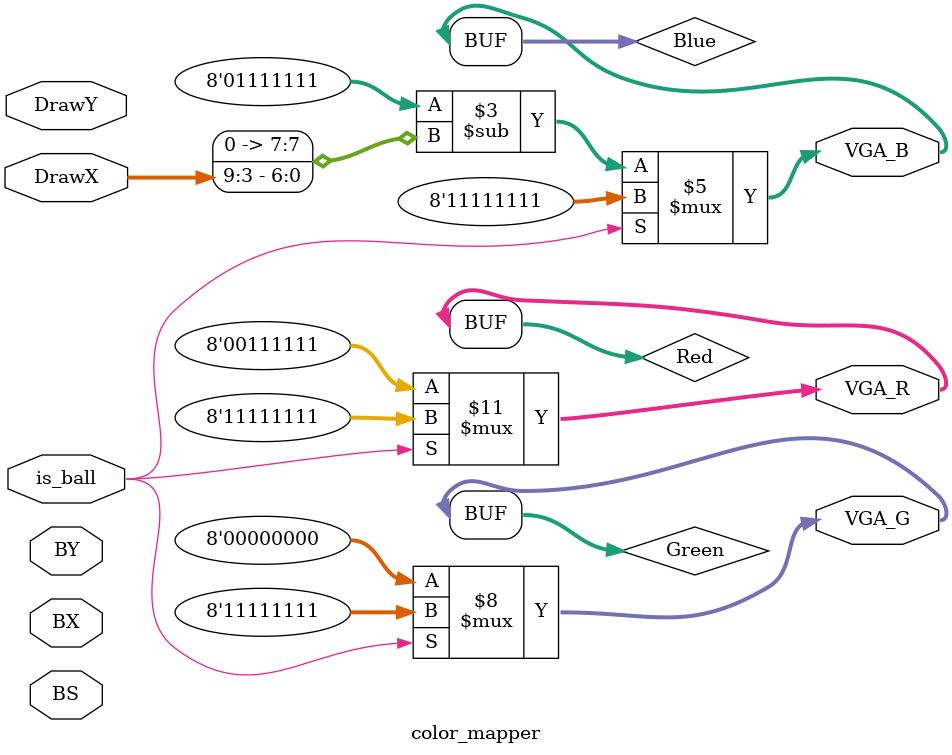
<source format=sv>

module  color_mapper ( input              is_ball,            // Whether current pixel belongs to ball 
                       input BX, BY, BS,                      //   or background (computed in ball.sv)
                       input        [9:0] DrawX, DrawY,       // Current pixel coordinates
                       output logic [7:0] VGA_R, VGA_G, VGA_B // VGA RGB output
                     );
    
    logic [7:0] Red, Green, Blue;
    
    // Output colors to VGA
    assign VGA_R = Red;
    assign VGA_G = Green;
    assign VGA_B = Blue;
    
    // Assign color based on is_ball signal
    always_comb
    begin
        if (is_ball == 1'b1) 
        begin
            // White ball
            Red = 8'hff;
            Green = 8'hff;
            Blue = 8'hff;
        end
        else 
        begin
            // Background with nice color gradient
            Red = 8'h3f; 
            Green = 8'h00;
            Blue = 8'h7f - {1'b0, DrawX[9:3]};
        end
    end 
    
endmodule

</source>
